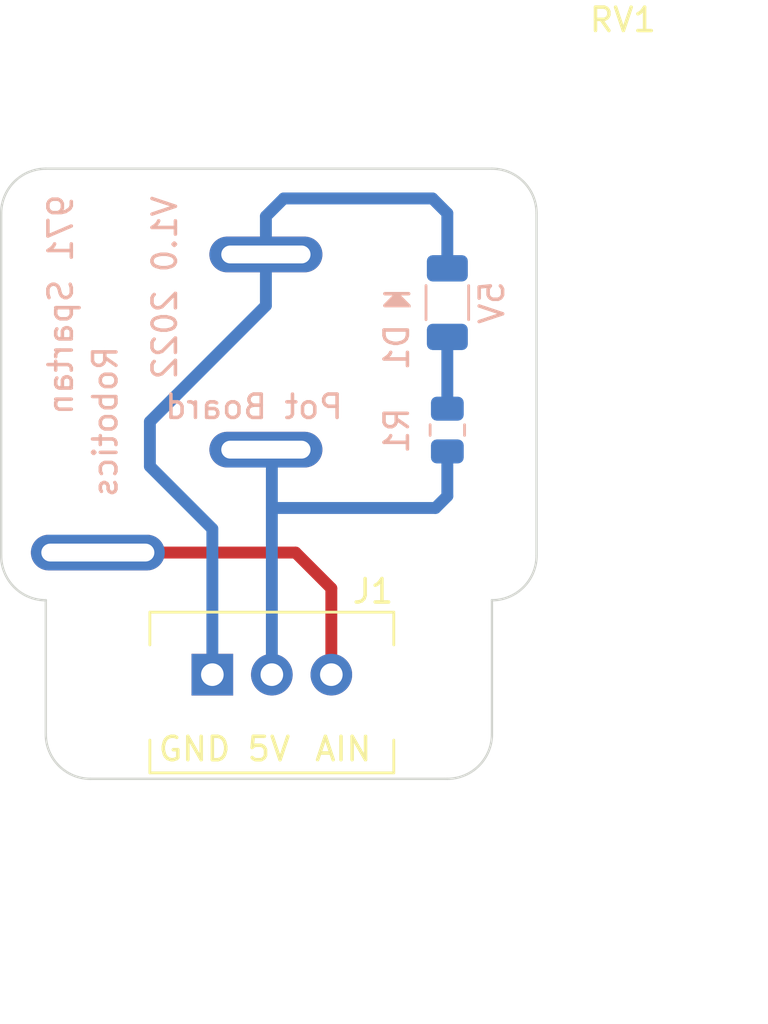
<source format=kicad_pcb>
(kicad_pcb (version 20211014) (generator pcbnew)
  (layers (0 "F.Cu" signal) (31 "B.Cu" signal) (34 "B.Paste" user) (35 "F.Paste" user) (36 "B.SilkS" user "B.Silkscreen") (37 "F.SilkS" user "F.Silkscreen") (38 "B.Mask" user) (39 "F.Mask" user) (44 "Edge.Cuts" user))
  (net 0 "")
  (net 1 "/GND")
  (net 2 "Net-(D1-Pad2)")
  (net 3 "/5V0")
  (net 4 "/AIN")
  (footprint "potentiometer:70541-0037" (layer "F.Cu") (at 112.522 93.98 180)
    (fp_text reference "J1" (at -6.858 3.556) (layer "F.SilkS"))
    (fp_text value "Conn_01x03_Male" hide)
    (fp_line (start -7.747 1.268572) (end -7.747 2.667) (layer "F.SilkS") (width 0.12))
    (fp_line (start 2.667 -2.792572) (end 2.667 -4.191) (layer "F.SilkS") (width 0.12))
    (fp_line (start 2.667 2.667) (end 2.667 1.268572) (layer "F.SilkS") (width 0.12))
    (fp_line (start 2.667 -4.191) (end -7.747 -4.191) (layer "F.SilkS") (width 0.12))
    (fp_line (start -7.747 -4.191) (end -7.747 -2.792572) (layer "F.SilkS") (width 0.12))
    (fp_line (start -7.747 2.667) (end 2.667 2.667) (layer "F.SilkS") (width 0.12))
    (pad "" np_thru_hole circle (at -9.144 -0.762 180) (size 3.4036 3.4036) (drill 3.4036) (layers *.Cu *.Mask))
    (pad "" np_thru_hole circle (at 4.064 -0.762 180) (size 3.4036 3.4036) (drill 3.4036) (layers *.Cu *.Mask))
    (pad "1" thru_hole rect (at 0 0 180) (size 1.778 1.778) (drill 0.9652) (layers *.Cu *.Mask) (net 1 "/GND"))
    (pad "2" thru_hole circle (at -2.54 0 180) (size 1.778 1.778) (drill 0.9652) (layers *.Cu *.Mask) (net 3 "/5V0"))
    (pad "3" thru_hole circle (at -5.08 0 180) (size 1.778 1.778) (drill 0.9652) (layers *.Cu *.Mask) (net 4 "/AIN"))
  )
  (footprint "potentiometer:Bourns3647" (layer "F.Cu") (at 114.808 78.74)
    (fp_text reference "RV1" (at 15.24 -12.7 unlocked) (layer "F.SilkS"))
    (fp_text value "R_Potentiometer")
    (pad "1" thru_hole oval (at 0 5.6388) (size 4.826 1.524) (drill oval 3.81 0.762) (layers *.Cu *.Mask) (net 3 "/5V0"))
    (pad "2" thru_hole oval (at -7.1755 10.03046) (size 5.715 1.524) (drill oval 4.826 0.762) (layers *.Cu *.Mask) (net 4 "/AIN"))
    (pad "3" thru_hole oval (at 0 -2.68986) (size 4.826 1.524) (drill oval 3.81 0.762) (layers *.Cu *.Mask) (net 1 "/GND"))
  )
  (footprint "Resistor_SMD:R_0805_2012Metric" (layer "B.Cu") (at 122.555 83.5425 90)
    (fp_text reference "R1" (at -0.0235 -2.159 90) (layer "B.SilkS") (effects (justify mirror)))
    (fp_text value "2K 1%")
    (fp_line (start -0.227064 -0.735) (end 0.227064 -0.735) (layer "B.SilkS") (width 0.12))
    (fp_line (start -0.227064 0.735) (end 0.227064 0.735) (layer "B.SilkS") (width 0.12))
    (pad "1" smd roundrect (at -0.9125 0 90) (size 1.025 1.4) (layers "B.Cu" "B.Paste" "B.Mask") (roundrect_rratio 0.243902) (net 3 "/5V0"))
    (pad "2" smd roundrect (at 0.9125 0 90) (size 1.025 1.4) (layers "B.Cu" "B.Paste" "B.Mask") (roundrect_rratio 0.243902) (net 2 "Net-(D1-Pad2)"))
  )
  (footprint "Resistor_SMD:R_1206_3216Metric" (layer "B.Cu") (at 122.555 78.105 -90)
    (fp_text reference "D1" (at 1.905 2.159 90) (layer "B.SilkS") (effects (justify mirror)))
    (fp_text value "5V" (at 0 -1.905 90) (layer "B.SilkS") (effects (justify mirror)))
    (fp_line (start -0.727064 -0.91) (end 0.727064 -0.91) (layer "B.SilkS") (width 0.12))
    (fp_line (start -0.727064 0.91) (end 0.727064 0.91) (layer "B.SilkS") (width 0.12))
    (pad "1" smd roundrect (at -1.4625 0 270) (size 1.125 1.75) (layers "B.Cu" "B.Paste" "B.Mask") (roundrect_rratio 0.222222) (net 1 "/GND"))
    (pad "2" smd roundrect (at 1.4625 0 270) (size 1.125 1.75) (layers "B.Cu" "B.Paste" "B.Mask") (roundrect_rratio 0.222222) (net 2 "Net-(D1-Pad2)"))
  )
  (gr_line (start 120.904 77.724) (end 119.888 77.724) (layer "B.SilkS") (width 0.15))
  (gr_poly (pts (xy 120.904 78.232) (xy 119.888 78.232) (xy 120.396 77.724)) (layer "B.SilkS") (width 0.15) (fill solid))
  (gr_arc (start 105.41 90.805) (mid 104.062962 90.247038) (end 103.505 88.9) (layer "Edge.Cuts") (width 0.1))
  (gr_line (start 124.46 96.52) (end 124.46 90.805) (layer "Edge.Cuts") (width 0.1))
  (gr_arc (start 107.315 98.425) (mid 105.967962 97.867038) (end 105.41 96.52) (layer "Edge.Cuts") (width 0.1))
  (gr_arc (start 124.46 72.39) (mid 125.807038 72.947962) (end 126.365 74.295) (layer "Edge.Cuts") (width 0.1))
  (gr_line (start 105.41 90.805) (end 105.41 90.805) (layer "Edge.Cuts") (width 0.1))
  (gr_line (start 126.365 88.9) (end 126.365 74.295) (layer "Edge.Cuts") (width 0.1))
  (gr_arc (start 124.46 96.52) (mid 123.902038 97.867038) (end 122.555 98.425) (layer "Edge.Cuts") (width 0.1))
  (gr_line (start 124.46 90.805) (end 124.46 90.805) (layer "Edge.Cuts") (width 0.1))
  (gr_line (start 107.315 98.425) (end 122.555 98.425) (layer "Edge.Cuts") (width 0.1))
  (gr_line (start 103.505 74.295) (end 103.505 88.9) (layer "Edge.Cuts") (width 0.1))
  (gr_line (start 124.46 72.39) (end 105.41 72.39) (layer "Edge.Cuts") (width 0.1))
  (gr_line (start 105.41 90.805) (end 105.41 96.52) (layer "Edge.Cuts") (width 0.1))
  (gr_arc (start 103.505 74.295) (mid 104.062962 72.947962) (end 105.41 72.39) (layer "Edge.Cuts") (width 0.1))
  (gr_arc (start 126.365 88.9) (mid 125.807038 90.247038) (end 124.46 90.805) (layer "Edge.Cuts") (width 0.1))
  (gr_text "V1.0 2022" (at 110.49 77.47 90) (layer "B.SilkS") (effects (font (size 1 1)) (justify mirror)))
  (gr_text "Spartan" (at 106.045 80.01 90) (layer "B.SilkS") (effects (font (size 1 1)) (justify mirror)))
  (gr_text "971" (at 106.045 74.93 90) (layer "B.SilkS") (effects (font (size 1 1)) (justify mirror)))
  (gr_text "Pot Board" (at 114.3 82.55) (layer "B.SilkS") (effects (font (size 1 1)) (justify mirror)))
  (gr_text "Robotics" (at 107.95 83.185 90) (layer "B.SilkS") (effects (font (size 1 1)) (justify mirror)))
  (gr_text "GND" (at 111.76 97.155) (layer "F.SilkS") (effects (font (size 1 1))))
  (gr_text "AIN" (at 118.11 97.155) (layer "F.SilkS") (effects (font (size 1 1))))
  (gr_text "5V" (at 114.935 97.155) (layer "F.SilkS") (effects (font (size 1 1))))
  (segment (start 114.808 78.232) (end 114.808 74.422) (width 0.508) (layer "B.Cu") (net 1))
  (segment (start 109.855 85.09) (end 109.855 83.185) (width 0.508) (layer "B.Cu") (net 1))
  (segment (start 112.522 87.757) (end 109.855 85.09) (width 0.508) (layer "B.Cu") (net 1))
  (segment (start 114.808 74.422) (end 115.57 73.66) (width 0.508) (layer "B.Cu") (net 1))
  (segment (start 122.555 74.295) (end 122.555 76.6425) (width 0.508) (layer "B.Cu") (net 1))
  (segment (start 112.522 93.98) (end 112.522 87.757) (width 0.508) (layer "B.Cu") (net 1))
  (segment (start 121.92 73.66) (end 122.555 74.295) (width 0.508) (layer "B.Cu") (net 1))
  (segment (start 109.855 83.185) (end 114.808 78.232) (width 0.508) (layer "B.Cu") (net 1))
  (segment (start 115.57 73.66) (end 121.92 73.66) (width 0.508) (layer "B.Cu") (net 1))
  (segment (start 122.555 79.5675) (end 122.555 82.63) (width 0.508) (layer "B.Cu") (net 2))
  (segment (start 115.062 86.868) (end 115.062 84.6328) (width 0.508) (layer "B.Cu") (net 3))
  (segment (start 122.555 84.455) (end 122.555 86.36) (width 0.508) (layer "B.Cu") (net 3))
  (segment (start 122.555 86.36) (end 122.047 86.868) (width 0.508) (layer "B.Cu") (net 3))
  (segment (start 122.047 86.868) (end 115.062 86.868) (width 0.508) (layer "B.Cu") (net 3))
  (segment (start 115.062 84.6328) (end 114.808 84.3788) (width 0.508) (layer "B.Cu") (net 3))
  (segment (start 115.062 93.98) (end 115.062 86.868) (width 0.508) (layer "B.Cu") (net 3))
  (segment (start 116.07546 88.77046) (end 117.602 90.297) (width 0.508) (layer "F.Cu") (net 4))
  (segment (start 107.6325 88.77046) (end 116.07546 88.77046) (width 0.508) (layer "F.Cu") (net 4))
  (segment (start 117.602 90.297) (end 117.602 93.98) (width 0.508) (layer "F.Cu") (net 4))
)
</source>
